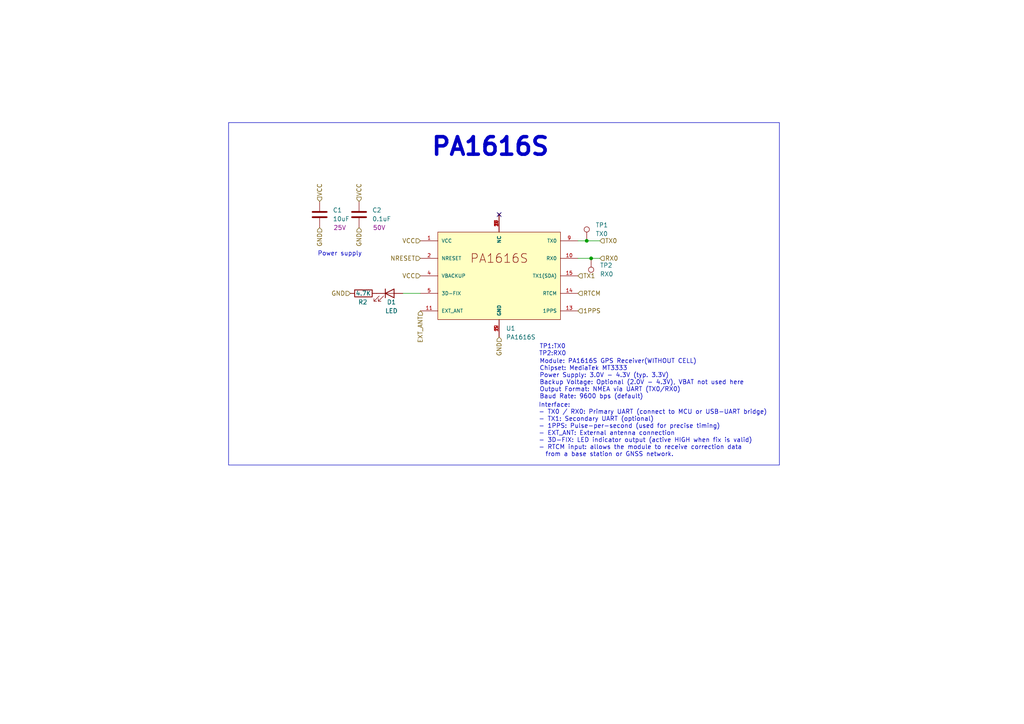
<source format=kicad_sch>
(kicad_sch (version 20250114) (generator "eeschema") (generator_version "9.0")
  (paper "A4")
  (lib_symbols
    (symbol "Library:C" (pin_numbers (hide yes)) (pin_names (offset 0.254))
      (property "Reference" "C" (at 0.635 2.54 0))
      (property "Value" "C" (at 0.635 -2.54 0))
      (symbol "C_0_1"
        (polyline (pts (xy -2.032 0.762) (xy 2.032 0.762)) (stroke (width 0.508)))
        (polyline (pts (xy -2.032 -0.762) (xy 2.032 -0.762)) (stroke (width 0.508)))
      )
      (symbol "C_1_1"
        (pin passive line (at 0 3.81 270) (length 2.794) (name "~") (number "1"))
        (pin passive line (at 0 -3.81 90) (length 2.794) (name "~") (number "2"))
      )
    )
    (symbol "Library:LED" (pin_numbers (hide yes)) (pin_names (offset 1.016) (hide yes))
      (property "Reference" "D" (at 0 2.54 0))
      (property "Value" "LED" (at 0 -2.54 0))
      (symbol "LED_0_1"
        (polyline (pts (xy -3.048 -0.762) (xy -4.572 -2.286) (xy -3.81 -2.286) (xy -4.572 -2.286) (xy -4.572 -1.524)))
        (polyline (pts (xy -1.778 -0.762) (xy -3.302 -2.286) (xy -2.54 -2.286) (xy -3.302 -2.286) (xy -3.302 -1.524)))
        (polyline (pts (xy -1.27 0) (xy 1.27 0)))
        (polyline (pts (xy -1.27 -1.27) (xy -1.27 1.27)) (stroke (width 0.254)))
        (polyline (pts (xy 1.27 -1.27) (xy 1.27 1.27) (xy -1.27 0) (xy 1.27 -1.27)) (stroke (width 0.254)))
      )
      (symbol "LED_1_1"
        (pin passive line (at -3.81 0 0) (length 2.54) (name "K") (number "1"))
        (pin passive line (at 3.81 0 180) (length 2.54) (name "A") (number "2"))
      )
    )
    (symbol "Library:PA1616S" (pin_names (offset 1.016))
      (property "Reference" "U" (at 0 0 0))
      (property "Value" "PA1616S" (at 0 0 0))
      (symbol "PA1616S_0_0"
        (rectangle (start -17.78 -12.7) (end 17.78 12.7) (stroke (width 0.1524)) (fill (type background)))
        (text "PA1616S" (at 0 5.08 0) (effects (font (size 2.54 2.54))))
        (pin bidirectional line (at -22.86 10.16 0) (length 5.08) (name "VCC") (number "1"))
        (pin bidirectional line (at -22.86 5.08 0) (length 5.08) (name "NRESET") (number "2"))
        (pin bidirectional line (at -22.86 0 0) (length 5.08) (name "VBACKUP") (number "4"))
        (pin bidirectional line (at -22.86 -5.08 0) (length 5.08) (name "3D-FIX") (number "5"))
        (pin bidirectional line (at -22.86 -10.16 0) (length 5.08) (name "EXT_ANT") (number "11"))
        (pin no_connect line (at 0 17.78 270) (length 5.08) (name "NC") (number "16"))
        (pin no_connect line (at 0 17.78 270) (length 5.08) (name "NC") (number "17"))
        (pin no_connect line (at 0 17.78 270) (length 5.08) (name "NC") (number "18"))
        (pin no_connect line (at 0 17.78 270) (length 5.08) (name "NC") (number "20"))
        (pin no_connect line (at 0 17.78 270) (length 5.08) (name "NC") (number "6"))
        (pin no_connect line (at 0 17.78 270) (length 5.08) (name "NC") (number "7"))
        (pin bidirectional line (at 0 -17.78 90) (length 5.08) (name "GND") (number "12"))
        (pin bidirectional line (at 0 -17.78 90) (length 5.08) (name "GND") (number "19"))
        (pin bidirectional line (at 0 -17.78 90) (length 5.08) (name "GND") (number "3"))
        (pin bidirectional line (at 0 -17.78 90) (length 5.08) (name "GND") (number "8"))
        (pin bidirectional line (at 22.86 10.16 180) (length 5.08) (name "TX0") (number "9"))
        (pin bidirectional line (at 22.86 5.08 180) (length 5.08) (name "RX0") (number "10"))
        (pin bidirectional line (at 22.86 0 180) (length 5.08) (name "TX1(SDA)") (number "15"))
        (pin bidirectional line (at 22.86 -5.08 180) (length 5.08) (name "RTCM") (number "14"))
        (pin bidirectional line (at 22.86 -10.16 180) (length 5.08) (name "1PPS") (number "13"))
      )
    )
    (symbol "Library:R" (pin_numbers (hide yes)) (pin_names (offset 0))
      (property "Reference" "R" (at 2.032 0 90))
      (property "Value" "R" (at 0 0 90))
      (symbol "R_0_1"
        (rectangle (start -1.016 -2.54) (end 1.016 2.54) (stroke (width 0.254)))
      )
      (symbol "R_1_1"
        (pin passive line (at 0 3.81 270) (length 1.27) (name "~") (number "1"))
        (pin passive line (at 0 -3.81 90) (length 1.27) (name "~") (number "2"))
      )
    )
    (symbol "Library:TestPoint" (pin_numbers (hide yes)) (pin_names (offset 0.762) (hide yes))
      (property "Reference" "TP" (at 0 6.858 0))
      (property "Value" "TestPoint" (at 0 5.08 0))
      (symbol "TestPoint_0_1"
        (circle (center 0 3.302) (radius 0.762))
      )
      (symbol "TestPoint_1_1"
        (pin passive line (at 0 0 90) (length 2.54) (name "1") (number "1"))
      )
    )
  )
  (rectangle (start 66.294 35.56) (end 226.06 134.874))
  (text "TP1:TX0\nTP2:RX0" (at 160.274 101.6 0) (effects (font (size 1.27 1.27))))
  (text "Interface:\n- TX0 / RX0: Primary UART (connect to MCU or USB-UART bridge)\n- TX1: Secondary UART (optional)\n- 1PPS: Pulse-per-second (used for precise timing)\n- EXT_ANT: External antenna connection\n- 3D-FIX: LED indicator output (active HIGH when fix is valid)\n- RTCM input: allows the module to receive correction data\n  from a base station or GNSS network." (at 156.21 124.714 0) (effects (font (size 1.27 1.27)) (justify left)))
  (text "PA1616S" (at 142.24 42.672 0) (effects (font (size 5.08 5.08) (thickness 1.016) (bold yes))))
  (text "Module: PA1616S GPS Receiver(WITHOUT CELL)\nChipset: MediaTek MT3333\nPower Supply: 3.0V - 4.3V (typ. 3.3V)\nBackup Voltage: Optional (2.0V - 4.3V), VBAT not used here\nOutput Format: NMEA via UART (TX0/RX0)\nBaud Rate: 9600 bps (default)\n" (at 156.464 109.982 0) (effects (font (size 1.27 1.27)) (justify left)))
  (text "Power supply\n" (at 98.552 73.66 0) (effects (font (size 1.27 1.27))))
  (junction (at 171.45 74.93))
  (junction (at 170.18 69.85))
  (no_connect (at 144.78 62.23))
  (wire (pts (xy 170.18 69.85) (xy 173.99 69.85)))
  (wire (pts (xy 167.64 74.93) (xy 171.45 74.93)))
  (wire (pts (xy 167.64 69.85) (xy 170.18 69.85)))
  (wire (pts (xy 171.45 74.93) (xy 173.99 74.93)))
  (wire (pts (xy 116.84 85.09) (xy 121.92 85.09)))
  (hierarchical_label "RTCM" (shape input) (at 167.64 85.09 0))
  (hierarchical_label "GND" (shape input) (at 101.6 85.09 180))
  (hierarchical_label "VCC" (shape input) (at 121.92 69.85 180))
  (hierarchical_label "GND" (shape input) (at 144.78 97.79 270))
  (hierarchical_label "EXT_ANT" (shape input) (at 121.92 90.17 270))
  (hierarchical_label "1PPS" (shape input) (at 167.64 90.17 0))
  (hierarchical_label "GND" (shape input) (at 104.14 66.04 270))
  (hierarchical_label "GND" (shape input) (at 92.71 66.04 270))
  (hierarchical_label "TX1" (shape input) (at 167.64 80.01 0))
  (hierarchical_label "VCC" (shape input) (at 104.14 58.42 90))
  (hierarchical_label "RX0" (shape input) (at 173.99 74.93 0))
  (hierarchical_label "TX0" (shape input) (at 173.99 69.85 0))
  (hierarchical_label "NRESET" (shape input) (at 121.92 74.93 180))
  (hierarchical_label "VCC" (shape input) (at 121.92 80.01 180))
  (hierarchical_label "VCC" (shape input) (at 92.71 58.42 90))
  (symbol (lib_id "Library:PA1616S") (at 144.78 80.01 0) (unit 1)
    (property "Reference" "U1" (at 146.7486 95.25 0) (effects (justify left)))
    (property "Value" "PA1616S" (at 146.7486 97.79 0) (effects (justify left)))
    (property "Footprint" "PA1616S:PA1616S" (effects (hide yes)))
    (property "LCSC_part#" "C9900050425" (effects (hide yes)))
    (property "MPN" "PA1616S " (effects (hide yes)))
  )
  (symbol (lib_id "Library:LED") (at 113.03 85.09 0) (unit 1)
    (property "Reference" "D1" (at 113.538 87.63 0))
    (property "Value" "LED" (at 113.538 90.17 0))
    (property "Footprint" "LED_SMD:LED_0603_1608Metric_Pad1.05x0.95mm_HandSolder" (effects (hide yes)))
    (property "Description" "Light emitting diode" (effects (hide yes)))
    (property "LCSC_part#" "C2286" (effects (hide yes)))
    (property "MPN" "KT-0603R " (effects (hide yes)))
  )
  (symbol (lib_id "Library:C") (at 92.71 62.23 0) (unit 1)
    (property "Reference" "C1" (at 96.52 60.9599 0) (effects (justify left)))
    (property "Value" "10uF" (at 96.52 63.4999 0) (effects (justify left)))
    (property "Footprint" "Capacitor_SMD:C_0603_1608Metric" (effects (hide yes)))
    (property "Description" "Unpolarized capacitor" (effects (hide yes)))
    (property "package" "0603" (effects (hide yes)))
    (property "LCSC_part#" "C96446" (effects (hide yes)))
    (property "MPN" "CL10A106MA8NRNC" (effects (hide yes)))
    (property "Voltage" "25V" (at 98.552 66.04 0))
  )
  (symbol (lib_id "Library:R") (at 105.41 85.09 270) (unit 1)
    (property "Reference" "R2" (at 103.886 87.63 90) (effects (justify left)))
    (property "Value" "4.7K" (at 103.124 85.09 90) (effects (justify left)))
    (property "Footprint" "Resistor_SMD:R_0603_1608Metric" (effects (hide yes)))
    (property "Description" "Resistor" (effects (hide yes)))
    (property "package" "0603" (effects (hide yes)))
    (property "LCSC_part#" "C23162" (effects (hide yes)))
    (property "MPN" "0603WAF4701T5E" (effects (hide yes)))
  )
  (symbol (lib_id "Library:TestPoint") (at 171.45 74.93 180) (unit 1)
    (property "Reference" "TP2" (at 173.99 76.9619 0) (effects (justify right)))
    (property "Value" "RX0" (at 173.99 79.5019 0) (effects (justify right)))
    (property "Footprint" "TestPoint:TestPoint_Pad_D1.0mm" (effects (hide yes)))
    (property "Description" "test point" (effects (hide yes)))
  )
  (symbol (lib_id "Library:C") (at 104.14 62.23 0) (unit 1)
    (property "Reference" "C2" (at 107.95 60.9599 0) (effects (justify left)))
    (property "Value" "0.1uF" (at 107.95 63.4999 0) (effects (justify left)))
    (property "Footprint" "Capacitor_SMD:C_0603_1608Metric" (effects (hide yes)))
    (property "Description" "Unpolarized capacitor" (effects (hide yes)))
    (property "package" "0603" (effects (hide yes)))
    (property "LCSC_part#" "C14663" (effects (hide yes)))
    (property "MPN" "CC0603KRX7R9BB104" (effects (hide yes)))
    (property "Voltage" "50V" (at 109.982 66.04 0))
  )
  (symbol (lib_id "Library:TestPoint") (at 170.18 69.85 0) (unit 1)
    (property "Reference" "TP1" (at 172.72 65.2779 0) (effects (justify left)))
    (property "Value" "TX0" (at 172.72 67.8179 0) (effects (justify left)))
    (property "Footprint" "TestPoint:TestPoint_Pad_D1.0mm" (effects (hide yes)))
    (property "Description" "test point" (effects (hide yes)))
  )
)
</source>
